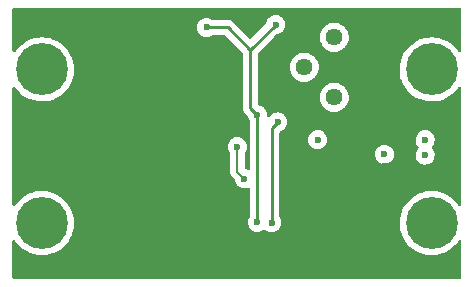
<source format=gbr>
%TF.GenerationSoftware,KiCad,Pcbnew,(6.0.4-0)*%
%TF.CreationDate,2022-11-03T14:14:05-06:00*%
%TF.ProjectId,howland,686f776c-616e-4642-9e6b-696361645f70,rev?*%
%TF.SameCoordinates,Original*%
%TF.FileFunction,Copper,L2,Inr*%
%TF.FilePolarity,Positive*%
%FSLAX46Y46*%
G04 Gerber Fmt 4.6, Leading zero omitted, Abs format (unit mm)*
G04 Created by KiCad (PCBNEW (6.0.4-0)) date 2022-11-03 14:14:05*
%MOMM*%
%LPD*%
G01*
G04 APERTURE LIST*
%TA.AperFunction,ComponentPad*%
%ADD10C,0.700000*%
%TD*%
%TA.AperFunction,ComponentPad*%
%ADD11C,4.400000*%
%TD*%
%TA.AperFunction,ComponentPad*%
%ADD12C,1.440000*%
%TD*%
%TA.AperFunction,ViaPad*%
%ADD13C,0.600000*%
%TD*%
%TA.AperFunction,Conductor*%
%ADD14C,0.250000*%
%TD*%
%TA.AperFunction,Conductor*%
%ADD15C,0.200000*%
%TD*%
G04 APERTURE END LIST*
D10*
%TO.N,GNDPWR*%
%TO.C,MH1*%
X101350000Y-84000000D03*
X103000000Y-82350000D03*
X104166726Y-85166726D03*
X104166726Y-82833274D03*
D11*
X103000000Y-84000000D03*
D10*
X104650000Y-84000000D03*
X101833274Y-82833274D03*
X101833274Y-85166726D03*
X103000000Y-85650000D03*
%TD*%
D11*
%TO.N,GNDPWR*%
%TO.C,MH2*%
X136000000Y-84000000D03*
D10*
X137166726Y-82833274D03*
X134350000Y-84000000D03*
X137650000Y-84000000D03*
X137166726Y-85166726D03*
X136000000Y-82350000D03*
X136000000Y-85650000D03*
X134833274Y-85166726D03*
X134833274Y-82833274D03*
%TD*%
%TO.N,GNDPWR*%
%TO.C,MH3*%
X101833274Y-98166726D03*
D11*
X103000000Y-97000000D03*
D10*
X104166726Y-98166726D03*
X101833274Y-95833274D03*
X104166726Y-95833274D03*
X103000000Y-95350000D03*
X104650000Y-97000000D03*
X101350000Y-97000000D03*
X103000000Y-98650000D03*
%TD*%
D11*
%TO.N,GNDPWR*%
%TO.C,MH4*%
X136000000Y-97000000D03*
D10*
X134833274Y-95833274D03*
X134350000Y-97000000D03*
X137650000Y-97000000D03*
X136000000Y-95350000D03*
X137166726Y-98166726D03*
X137166726Y-95833274D03*
X134833274Y-98166726D03*
X136000000Y-98650000D03*
%TD*%
D12*
%TO.N,Net-(R5-Pad2)*%
%TO.C,RV1*%
X127750000Y-86350000D03*
%TO.N,Net-(RV1-Pad2)*%
X125210000Y-83810000D03*
%TO.N,Net-(R6-Pad1)*%
X127750000Y-81270000D03*
%TD*%
D13*
%TO.N,GND*%
X136950000Y-80550000D03*
X132908411Y-81708411D03*
X112250000Y-80250000D03*
X132050000Y-92200000D03*
X112650000Y-88750000D03*
X127550000Y-91850000D03*
X127450000Y-94350000D03*
X131850000Y-86350000D03*
X124150000Y-94650000D03*
X116150000Y-89150000D03*
X112650000Y-93650000D03*
%TO.N,+3V3*%
X116950000Y-80450000D03*
X121250000Y-87850000D03*
X121250000Y-96950000D03*
X122800000Y-80200000D03*
%TO.N,VD*%
X132000000Y-91200000D03*
X135450000Y-91250000D03*
X122465000Y-96965000D03*
X122950000Y-88450000D03*
%TO.N,/Channel1/buffer/out+*%
X120150000Y-93250000D03*
X119550000Y-90550000D03*
%TO.N,/sda-tx*%
X135450000Y-89950000D03*
X126350000Y-89950000D03*
%TD*%
D14*
%TO.N,GND*%
X127450000Y-94350000D02*
X127450000Y-91950000D01*
X127450000Y-91950000D02*
X127550000Y-91850000D01*
%TO.N,+3V3*%
X120650000Y-87250000D02*
X120650000Y-82350000D01*
X116950000Y-80450000D02*
X118750000Y-80450000D01*
X120650000Y-82350000D02*
X122800000Y-80200000D01*
X121250000Y-87850000D02*
X120650000Y-87250000D01*
X121250000Y-87850000D02*
X121250000Y-96950000D01*
X118750000Y-80450000D02*
X120650000Y-82350000D01*
%TO.N,VD*%
X122465000Y-96965000D02*
X122465000Y-88935000D01*
X122465000Y-88935000D02*
X122950000Y-88450000D01*
D15*
%TO.N,/Channel1/buffer/out+*%
X119550000Y-90550000D02*
X119550000Y-92650000D01*
X119550000Y-92650000D02*
X120150000Y-93250000D01*
%TD*%
%TA.AperFunction,Conductor*%
%TO.N,GND*%
G36*
X138433621Y-78778502D02*
G01*
X138480114Y-78832158D01*
X138491500Y-78884500D01*
X138491500Y-82433521D01*
X138471498Y-82501642D01*
X138417842Y-82548135D01*
X138347568Y-82558239D01*
X138282988Y-82528745D01*
X138257557Y-82498515D01*
X138236226Y-82463084D01*
X138233899Y-82460100D01*
X138233894Y-82460093D01*
X138037726Y-82208558D01*
X138037724Y-82208556D01*
X138035390Y-82205563D01*
X137805070Y-81974034D01*
X137548603Y-81771852D01*
X137269705Y-81601945D01*
X137266261Y-81600379D01*
X137266257Y-81600377D01*
X137022300Y-81489457D01*
X136972414Y-81466775D01*
X136661037Y-81368300D01*
X136443492Y-81327390D01*
X136343809Y-81308645D01*
X136343807Y-81308645D01*
X136340086Y-81307945D01*
X136014208Y-81286586D01*
X136010428Y-81286794D01*
X136010427Y-81286794D01*
X135912897Y-81292162D01*
X135688124Y-81304532D01*
X135684397Y-81305193D01*
X135684393Y-81305193D01*
X135527341Y-81333027D01*
X135366557Y-81361522D01*
X135362941Y-81362624D01*
X135362933Y-81362626D01*
X135062816Y-81454095D01*
X135054167Y-81456731D01*
X134755477Y-81588781D01*
X134730041Y-81603914D01*
X134478074Y-81753817D01*
X134478068Y-81753821D01*
X134474814Y-81755757D01*
X134471812Y-81758073D01*
X134299384Y-81891101D01*
X134216244Y-81955243D01*
X133983513Y-82184347D01*
X133981149Y-82187314D01*
X133981146Y-82187317D01*
X133790551Y-82426499D01*
X133779991Y-82439751D01*
X133608626Y-82717757D01*
X133471902Y-83014336D01*
X133470741Y-83017940D01*
X133470741Y-83017941D01*
X133462196Y-83044477D01*
X133371797Y-83325192D01*
X133371079Y-83328903D01*
X133371078Y-83328907D01*
X133310482Y-83642105D01*
X133310481Y-83642114D01*
X133309763Y-83645824D01*
X133309496Y-83649600D01*
X133309495Y-83649605D01*
X133297751Y-83815475D01*
X133286698Y-83971585D01*
X133302936Y-84297759D01*
X133303577Y-84301490D01*
X133303578Y-84301498D01*
X133356000Y-84606576D01*
X133358241Y-84619619D01*
X133359329Y-84623258D01*
X133359330Y-84623261D01*
X133435507Y-84877976D01*
X133451814Y-84932504D01*
X133453327Y-84935975D01*
X133453329Y-84935981D01*
X133508500Y-85062563D01*
X133582297Y-85231881D01*
X133584220Y-85235152D01*
X133584222Y-85235156D01*
X133626584Y-85307215D01*
X133747802Y-85513414D01*
X133750103Y-85516429D01*
X133943631Y-85770012D01*
X133943636Y-85770017D01*
X133945931Y-85773025D01*
X134173814Y-86006953D01*
X134246635Y-86065607D01*
X134425196Y-86209431D01*
X134425201Y-86209435D01*
X134428149Y-86211809D01*
X134705253Y-86384627D01*
X135001112Y-86522903D01*
X135311440Y-86624634D01*
X135631742Y-86688346D01*
X135635514Y-86688633D01*
X135635522Y-86688634D01*
X135953602Y-86712829D01*
X135953607Y-86712829D01*
X135957379Y-86713116D01*
X136283633Y-86698586D01*
X136343425Y-86688634D01*
X136602037Y-86645590D01*
X136602042Y-86645589D01*
X136605778Y-86644967D01*
X136919149Y-86553034D01*
X136922616Y-86551544D01*
X136922620Y-86551543D01*
X137215721Y-86425616D01*
X137215723Y-86425615D01*
X137219205Y-86424119D01*
X137501601Y-86260091D01*
X137762245Y-86063324D01*
X137997363Y-85836670D01*
X138203549Y-85583410D01*
X138258939Y-85495622D01*
X138312205Y-85448685D01*
X138382392Y-85437996D01*
X138447217Y-85466951D01*
X138486096Y-85526355D01*
X138491500Y-85562859D01*
X138491500Y-95433521D01*
X138471498Y-95501642D01*
X138417842Y-95548135D01*
X138347568Y-95558239D01*
X138282988Y-95528745D01*
X138257557Y-95498515D01*
X138236226Y-95463084D01*
X138233899Y-95460100D01*
X138233894Y-95460093D01*
X138037726Y-95208558D01*
X138037724Y-95208556D01*
X138035390Y-95205563D01*
X137805070Y-94974034D01*
X137548603Y-94771852D01*
X137269705Y-94601945D01*
X137266261Y-94600379D01*
X137266257Y-94600377D01*
X137155667Y-94550095D01*
X136972414Y-94466775D01*
X136661037Y-94368300D01*
X136443492Y-94327390D01*
X136343809Y-94308645D01*
X136343807Y-94308645D01*
X136340086Y-94307945D01*
X136014208Y-94286586D01*
X136010428Y-94286794D01*
X136010427Y-94286794D01*
X135912897Y-94292162D01*
X135688124Y-94304532D01*
X135684397Y-94305193D01*
X135684393Y-94305193D01*
X135527340Y-94333027D01*
X135366557Y-94361522D01*
X135362941Y-94362624D01*
X135362933Y-94362626D01*
X135057789Y-94455627D01*
X135054167Y-94456731D01*
X134755477Y-94588781D01*
X134730041Y-94603914D01*
X134478074Y-94753817D01*
X134478068Y-94753821D01*
X134474814Y-94755757D01*
X134216244Y-94955243D01*
X133983513Y-95184347D01*
X133981149Y-95187314D01*
X133981146Y-95187317D01*
X133964220Y-95208558D01*
X133779991Y-95439751D01*
X133608626Y-95717757D01*
X133471902Y-96014336D01*
X133470741Y-96017940D01*
X133470741Y-96017941D01*
X133462196Y-96044477D01*
X133371797Y-96325192D01*
X133371079Y-96328903D01*
X133371078Y-96328907D01*
X133310482Y-96642105D01*
X133310481Y-96642114D01*
X133309763Y-96645824D01*
X133309496Y-96649600D01*
X133309495Y-96649605D01*
X133288534Y-96945653D01*
X133286698Y-96971585D01*
X133288003Y-96997790D01*
X133294378Y-97125844D01*
X133302936Y-97297759D01*
X133303577Y-97301490D01*
X133303578Y-97301498D01*
X133357116Y-97613069D01*
X133358241Y-97619619D01*
X133359329Y-97623258D01*
X133359330Y-97623261D01*
X133401013Y-97762637D01*
X133451814Y-97932504D01*
X133582297Y-98231881D01*
X133584220Y-98235152D01*
X133584222Y-98235156D01*
X133626584Y-98307215D01*
X133747802Y-98513414D01*
X133750103Y-98516429D01*
X133943631Y-98770012D01*
X133943636Y-98770017D01*
X133945931Y-98773025D01*
X134173814Y-99006953D01*
X134246635Y-99065607D01*
X134425196Y-99209431D01*
X134425201Y-99209435D01*
X134428149Y-99211809D01*
X134705253Y-99384627D01*
X135001112Y-99522903D01*
X135311440Y-99624634D01*
X135631742Y-99688346D01*
X135635514Y-99688633D01*
X135635522Y-99688634D01*
X135953602Y-99712829D01*
X135953607Y-99712829D01*
X135957379Y-99713116D01*
X136283633Y-99698586D01*
X136343425Y-99688634D01*
X136602037Y-99645590D01*
X136602042Y-99645589D01*
X136605778Y-99644967D01*
X136919149Y-99553034D01*
X136922616Y-99551544D01*
X136922620Y-99551543D01*
X137215721Y-99425616D01*
X137215723Y-99425615D01*
X137219205Y-99424119D01*
X137501601Y-99260091D01*
X137762245Y-99063324D01*
X137997363Y-98836670D01*
X138203549Y-98583410D01*
X138258939Y-98495622D01*
X138312205Y-98448685D01*
X138382392Y-98437996D01*
X138447217Y-98466951D01*
X138486096Y-98526355D01*
X138491500Y-98562859D01*
X138491500Y-101615500D01*
X138471498Y-101683621D01*
X138417842Y-101730114D01*
X138365500Y-101741500D01*
X100634500Y-101741500D01*
X100566379Y-101721498D01*
X100519886Y-101667842D01*
X100508500Y-101615500D01*
X100508500Y-98569306D01*
X100528502Y-98501185D01*
X100582158Y-98454692D01*
X100652432Y-98444588D01*
X100717012Y-98474082D01*
X100743122Y-98505453D01*
X100747802Y-98513414D01*
X100750103Y-98516429D01*
X100943631Y-98770012D01*
X100943636Y-98770017D01*
X100945931Y-98773025D01*
X101173814Y-99006953D01*
X101246635Y-99065607D01*
X101425196Y-99209431D01*
X101425201Y-99209435D01*
X101428149Y-99211809D01*
X101705253Y-99384627D01*
X102001112Y-99522903D01*
X102311440Y-99624634D01*
X102631742Y-99688346D01*
X102635514Y-99688633D01*
X102635522Y-99688634D01*
X102953602Y-99712829D01*
X102953607Y-99712829D01*
X102957379Y-99713116D01*
X103283633Y-99698586D01*
X103343425Y-99688634D01*
X103602037Y-99645590D01*
X103602042Y-99645589D01*
X103605778Y-99644967D01*
X103919149Y-99553034D01*
X103922616Y-99551544D01*
X103922620Y-99551543D01*
X104215721Y-99425616D01*
X104215723Y-99425615D01*
X104219205Y-99424119D01*
X104501601Y-99260091D01*
X104762245Y-99063324D01*
X104997363Y-98836670D01*
X105203549Y-98583410D01*
X105255429Y-98501185D01*
X105375788Y-98310428D01*
X105375790Y-98310425D01*
X105377815Y-98307215D01*
X105517638Y-98012084D01*
X105544188Y-97932504D01*
X105619790Y-97705897D01*
X105619792Y-97705891D01*
X105620992Y-97702293D01*
X105686381Y-97382329D01*
X105689599Y-97342773D01*
X105712674Y-97059061D01*
X105712856Y-97056826D01*
X105713451Y-97000000D01*
X105712711Y-96987717D01*
X105694026Y-96677793D01*
X105694026Y-96677789D01*
X105693798Y-96674015D01*
X105688650Y-96645824D01*
X105635805Y-96356473D01*
X105635804Y-96356469D01*
X105635125Y-96352751D01*
X105627722Y-96328907D01*
X105539404Y-96044477D01*
X105538282Y-96040863D01*
X105404670Y-95742869D01*
X105236226Y-95463084D01*
X105233899Y-95460100D01*
X105233894Y-95460093D01*
X105037726Y-95208558D01*
X105037724Y-95208556D01*
X105035390Y-95205563D01*
X104805070Y-94974034D01*
X104548603Y-94771852D01*
X104269705Y-94601945D01*
X104266261Y-94600379D01*
X104266257Y-94600377D01*
X104155667Y-94550095D01*
X103972414Y-94466775D01*
X103661037Y-94368300D01*
X103443492Y-94327390D01*
X103343809Y-94308645D01*
X103343807Y-94308645D01*
X103340086Y-94307945D01*
X103014208Y-94286586D01*
X103010428Y-94286794D01*
X103010427Y-94286794D01*
X102912897Y-94292162D01*
X102688124Y-94304532D01*
X102684397Y-94305193D01*
X102684393Y-94305193D01*
X102527340Y-94333027D01*
X102366557Y-94361522D01*
X102362941Y-94362624D01*
X102362933Y-94362626D01*
X102057789Y-94455627D01*
X102054167Y-94456731D01*
X101755477Y-94588781D01*
X101730041Y-94603914D01*
X101478074Y-94753817D01*
X101478068Y-94753821D01*
X101474814Y-94755757D01*
X101216244Y-94955243D01*
X100983513Y-95184347D01*
X100981149Y-95187314D01*
X100981146Y-95187317D01*
X100964220Y-95208558D01*
X100779991Y-95439751D01*
X100778000Y-95442981D01*
X100741760Y-95501773D01*
X100688988Y-95549266D01*
X100618916Y-95560690D01*
X100553792Y-95532416D01*
X100514293Y-95473422D01*
X100508500Y-95435657D01*
X100508500Y-85569306D01*
X100528502Y-85501185D01*
X100582158Y-85454692D01*
X100652432Y-85444588D01*
X100717012Y-85474082D01*
X100743122Y-85505453D01*
X100747802Y-85513414D01*
X100750103Y-85516429D01*
X100943631Y-85770012D01*
X100943636Y-85770017D01*
X100945931Y-85773025D01*
X101173814Y-86006953D01*
X101246635Y-86065607D01*
X101425196Y-86209431D01*
X101425201Y-86209435D01*
X101428149Y-86211809D01*
X101705253Y-86384627D01*
X102001112Y-86522903D01*
X102311440Y-86624634D01*
X102631742Y-86688346D01*
X102635514Y-86688633D01*
X102635522Y-86688634D01*
X102953602Y-86712829D01*
X102953607Y-86712829D01*
X102957379Y-86713116D01*
X103283633Y-86698586D01*
X103343425Y-86688634D01*
X103602037Y-86645590D01*
X103602042Y-86645589D01*
X103605778Y-86644967D01*
X103919149Y-86553034D01*
X103922616Y-86551544D01*
X103922620Y-86551543D01*
X104215721Y-86425616D01*
X104215723Y-86425615D01*
X104219205Y-86424119D01*
X104501601Y-86260091D01*
X104762245Y-86063324D01*
X104997363Y-85836670D01*
X105203549Y-85583410D01*
X105255429Y-85501185D01*
X105375788Y-85310428D01*
X105375790Y-85310425D01*
X105377815Y-85307215D01*
X105517638Y-85012084D01*
X105531597Y-84970245D01*
X105619790Y-84705897D01*
X105619792Y-84705891D01*
X105620992Y-84702293D01*
X105686381Y-84382329D01*
X105692956Y-84301498D01*
X105712674Y-84059061D01*
X105712856Y-84056826D01*
X105713451Y-84000000D01*
X105711510Y-83967796D01*
X105694026Y-83677793D01*
X105694026Y-83677789D01*
X105693798Y-83674015D01*
X105688650Y-83645824D01*
X105635805Y-83356473D01*
X105635804Y-83356469D01*
X105635125Y-83352751D01*
X105627722Y-83328907D01*
X105539404Y-83044477D01*
X105538282Y-83040863D01*
X105404670Y-82742869D01*
X105236226Y-82463084D01*
X105233899Y-82460100D01*
X105233894Y-82460093D01*
X105037726Y-82208558D01*
X105037724Y-82208556D01*
X105035390Y-82205563D01*
X104805070Y-81974034D01*
X104548603Y-81771852D01*
X104269705Y-81601945D01*
X104266261Y-81600379D01*
X104266257Y-81600377D01*
X104022300Y-81489457D01*
X103972414Y-81466775D01*
X103661037Y-81368300D01*
X103443492Y-81327390D01*
X103343809Y-81308645D01*
X103343807Y-81308645D01*
X103340086Y-81307945D01*
X103014208Y-81286586D01*
X103010428Y-81286794D01*
X103010427Y-81286794D01*
X102912897Y-81292162D01*
X102688124Y-81304532D01*
X102684397Y-81305193D01*
X102684393Y-81305193D01*
X102527341Y-81333027D01*
X102366557Y-81361522D01*
X102362941Y-81362624D01*
X102362933Y-81362626D01*
X102062816Y-81454095D01*
X102054167Y-81456731D01*
X101755477Y-81588781D01*
X101730041Y-81603914D01*
X101478074Y-81753817D01*
X101478068Y-81753821D01*
X101474814Y-81755757D01*
X101471812Y-81758073D01*
X101299384Y-81891101D01*
X101216244Y-81955243D01*
X100983513Y-82184347D01*
X100981149Y-82187314D01*
X100981146Y-82187317D01*
X100790551Y-82426499D01*
X100779991Y-82439751D01*
X100778000Y-82442981D01*
X100741760Y-82501773D01*
X100688988Y-82549266D01*
X100618916Y-82560690D01*
X100553792Y-82532416D01*
X100514293Y-82473422D01*
X100508500Y-82435657D01*
X100508500Y-80438640D01*
X116136463Y-80438640D01*
X116154163Y-80619160D01*
X116211418Y-80791273D01*
X116215065Y-80797295D01*
X116215066Y-80797297D01*
X116299879Y-80937340D01*
X116305380Y-80946424D01*
X116431382Y-81076902D01*
X116583159Y-81176222D01*
X116589763Y-81178678D01*
X116589765Y-81178679D01*
X116746558Y-81236990D01*
X116746560Y-81236990D01*
X116753168Y-81239448D01*
X116836995Y-81250633D01*
X116925980Y-81262507D01*
X116925984Y-81262507D01*
X116932961Y-81263438D01*
X116939972Y-81262800D01*
X116939976Y-81262800D01*
X117082459Y-81249832D01*
X117113600Y-81246998D01*
X117120302Y-81244820D01*
X117120304Y-81244820D01*
X117279409Y-81193124D01*
X117279412Y-81193123D01*
X117286108Y-81190947D01*
X117436540Y-81101271D01*
X117501058Y-81083500D01*
X118435406Y-81083500D01*
X118503527Y-81103502D01*
X118524501Y-81120405D01*
X119979595Y-82575500D01*
X120013621Y-82637812D01*
X120016500Y-82664595D01*
X120016500Y-87171233D01*
X120015973Y-87182416D01*
X120014298Y-87189909D01*
X120014547Y-87197835D01*
X120014547Y-87197836D01*
X120016438Y-87257986D01*
X120016500Y-87261945D01*
X120016500Y-87289856D01*
X120016997Y-87293790D01*
X120016997Y-87293791D01*
X120017005Y-87293856D01*
X120017938Y-87305693D01*
X120019327Y-87349889D01*
X120024978Y-87369339D01*
X120028987Y-87388700D01*
X120031526Y-87408797D01*
X120034445Y-87416168D01*
X120034445Y-87416170D01*
X120047804Y-87449912D01*
X120051649Y-87461142D01*
X120063982Y-87503593D01*
X120068015Y-87510412D01*
X120068017Y-87510417D01*
X120074293Y-87521028D01*
X120082988Y-87538776D01*
X120090448Y-87557617D01*
X120095110Y-87564033D01*
X120095110Y-87564034D01*
X120116436Y-87593387D01*
X120122952Y-87603307D01*
X120145458Y-87641362D01*
X120159779Y-87655683D01*
X120172619Y-87670716D01*
X120184528Y-87687107D01*
X120190634Y-87692158D01*
X120218605Y-87715298D01*
X120227384Y-87723288D01*
X120414750Y-87910654D01*
X120448776Y-87972966D01*
X120451054Y-87987453D01*
X120454163Y-88019160D01*
X120511418Y-88191273D01*
X120515065Y-88197295D01*
X120515066Y-88197297D01*
X120598276Y-88334694D01*
X120616500Y-88399965D01*
X120616500Y-92379221D01*
X120596498Y-92447342D01*
X120542842Y-92493835D01*
X120472568Y-92503939D01*
X120448233Y-92497920D01*
X120342425Y-92460243D01*
X120342420Y-92460242D01*
X120335790Y-92457881D01*
X120328802Y-92457048D01*
X120328799Y-92457047D01*
X120269581Y-92449986D01*
X120204308Y-92422058D01*
X120164495Y-92363275D01*
X120158500Y-92324872D01*
X120158500Y-91133248D01*
X120179552Y-91063521D01*
X120269742Y-90927773D01*
X120273643Y-90921902D01*
X120315423Y-90811917D01*
X120335555Y-90758920D01*
X120335556Y-90758918D01*
X120338055Y-90752338D01*
X120339736Y-90740380D01*
X120362748Y-90576639D01*
X120362748Y-90576636D01*
X120363299Y-90572717D01*
X120363616Y-90550000D01*
X120343397Y-90369745D01*
X120341080Y-90363091D01*
X120286064Y-90205106D01*
X120286062Y-90205103D01*
X120283745Y-90198448D01*
X120187626Y-90044624D01*
X120120114Y-89976639D01*
X120064778Y-89920915D01*
X120064774Y-89920912D01*
X120059815Y-89915918D01*
X120048697Y-89908862D01*
X120000538Y-89878300D01*
X119906666Y-89818727D01*
X119877463Y-89808328D01*
X119742425Y-89760243D01*
X119742420Y-89760242D01*
X119735790Y-89757881D01*
X119728802Y-89757048D01*
X119728799Y-89757047D01*
X119605698Y-89742368D01*
X119555680Y-89736404D01*
X119548677Y-89737140D01*
X119548676Y-89737140D01*
X119382288Y-89754628D01*
X119382286Y-89754629D01*
X119375288Y-89755364D01*
X119203579Y-89813818D01*
X119197575Y-89817512D01*
X119055095Y-89905166D01*
X119055092Y-89905168D01*
X119049088Y-89908862D01*
X119044053Y-89913793D01*
X119044050Y-89913795D01*
X118924525Y-90030843D01*
X118919493Y-90035771D01*
X118821235Y-90188238D01*
X118818826Y-90194858D01*
X118818824Y-90194861D01*
X118774983Y-90315314D01*
X118759197Y-90358685D01*
X118736463Y-90538640D01*
X118754163Y-90719160D01*
X118811418Y-90891273D01*
X118815065Y-90897295D01*
X118815066Y-90897297D01*
X118901730Y-91040398D01*
X118901733Y-91040401D01*
X118905380Y-91046424D01*
X118910275Y-91051492D01*
X118914571Y-91057071D01*
X118912243Y-91058864D01*
X118939071Y-91110115D01*
X118941500Y-91134734D01*
X118941500Y-92601864D01*
X118940422Y-92618307D01*
X118936250Y-92650000D01*
X118941500Y-92689880D01*
X118941500Y-92689885D01*
X118947541Y-92735771D01*
X118957162Y-92808851D01*
X119018476Y-92956876D01*
X119023503Y-92963427D01*
X119023504Y-92963429D01*
X119091520Y-93052069D01*
X119091526Y-93052075D01*
X119116013Y-93083987D01*
X119122568Y-93089017D01*
X119141379Y-93103452D01*
X119153770Y-93114319D01*
X119310907Y-93271456D01*
X119344933Y-93333768D01*
X119347211Y-93348256D01*
X119354163Y-93419160D01*
X119411418Y-93591273D01*
X119505380Y-93746424D01*
X119631382Y-93876902D01*
X119783159Y-93976222D01*
X119789763Y-93978678D01*
X119789765Y-93978679D01*
X119946558Y-94036990D01*
X119946560Y-94036990D01*
X119953168Y-94039448D01*
X120036995Y-94050633D01*
X120125980Y-94062507D01*
X120125984Y-94062507D01*
X120132961Y-94063438D01*
X120139972Y-94062800D01*
X120139976Y-94062800D01*
X120282459Y-94049832D01*
X120313600Y-94046998D01*
X120320302Y-94044820D01*
X120320304Y-94044820D01*
X120451564Y-94002171D01*
X120522532Y-94000144D01*
X120583330Y-94036806D01*
X120614655Y-94100518D01*
X120616500Y-94122004D01*
X120616500Y-96403331D01*
X120596411Y-96471586D01*
X120525054Y-96582310D01*
X120525050Y-96582319D01*
X120521235Y-96588238D01*
X120518826Y-96594858D01*
X120518825Y-96594859D01*
X120488639Y-96677793D01*
X120459197Y-96758685D01*
X120436463Y-96938640D01*
X120454163Y-97119160D01*
X120511418Y-97291273D01*
X120515065Y-97297295D01*
X120515066Y-97297297D01*
X120568823Y-97386060D01*
X120605380Y-97446424D01*
X120731382Y-97576902D01*
X120883159Y-97676222D01*
X120889763Y-97678678D01*
X120889765Y-97678679D01*
X121046558Y-97736990D01*
X121046560Y-97736990D01*
X121053168Y-97739448D01*
X121136995Y-97750633D01*
X121225980Y-97762507D01*
X121225984Y-97762507D01*
X121232961Y-97763438D01*
X121239972Y-97762800D01*
X121239976Y-97762800D01*
X121382459Y-97749832D01*
X121413600Y-97746998D01*
X121420302Y-97744820D01*
X121420304Y-97744820D01*
X121579409Y-97693124D01*
X121579412Y-97693123D01*
X121586108Y-97690947D01*
X121712044Y-97615874D01*
X121735860Y-97601677D01*
X121735862Y-97601676D01*
X121741912Y-97598069D01*
X121760920Y-97579968D01*
X121824045Y-97547476D01*
X121894716Y-97554269D01*
X121938444Y-97583682D01*
X121946382Y-97591902D01*
X121961320Y-97601677D01*
X122092227Y-97687340D01*
X122098159Y-97691222D01*
X122104763Y-97693678D01*
X122104765Y-97693679D01*
X122261558Y-97751990D01*
X122261560Y-97751990D01*
X122268168Y-97754448D01*
X122335544Y-97763438D01*
X122440980Y-97777507D01*
X122440984Y-97777507D01*
X122447961Y-97778438D01*
X122454972Y-97777800D01*
X122454976Y-97777800D01*
X122597459Y-97764832D01*
X122628600Y-97761998D01*
X122635302Y-97759820D01*
X122635304Y-97759820D01*
X122794409Y-97708124D01*
X122794412Y-97708123D01*
X122801108Y-97705947D01*
X122939815Y-97623261D01*
X122950860Y-97616677D01*
X122950862Y-97616676D01*
X122956912Y-97613069D01*
X123088266Y-97487982D01*
X123188643Y-97336902D01*
X123253055Y-97167338D01*
X123268272Y-97059061D01*
X123277748Y-96991639D01*
X123277748Y-96991636D01*
X123278299Y-96987717D01*
X123278616Y-96965000D01*
X123258397Y-96784745D01*
X123247017Y-96752066D01*
X123201064Y-96620106D01*
X123201062Y-96620103D01*
X123198745Y-96613448D01*
X123117646Y-96483661D01*
X123098500Y-96416892D01*
X123098500Y-91188640D01*
X131186463Y-91188640D01*
X131204163Y-91369160D01*
X131261418Y-91541273D01*
X131265065Y-91547295D01*
X131265066Y-91547297D01*
X131275978Y-91565314D01*
X131355380Y-91696424D01*
X131481382Y-91826902D01*
X131633159Y-91926222D01*
X131639763Y-91928678D01*
X131639765Y-91928679D01*
X131796558Y-91986990D01*
X131796560Y-91986990D01*
X131803168Y-91989448D01*
X131886995Y-92000633D01*
X131975980Y-92012507D01*
X131975984Y-92012507D01*
X131982961Y-92013438D01*
X131989972Y-92012800D01*
X131989976Y-92012800D01*
X132132459Y-91999832D01*
X132163600Y-91996998D01*
X132170302Y-91994820D01*
X132170304Y-91994820D01*
X132329409Y-91943124D01*
X132329412Y-91943123D01*
X132336108Y-91940947D01*
X132491912Y-91848069D01*
X132623266Y-91722982D01*
X132723643Y-91571902D01*
X132781665Y-91419160D01*
X132785555Y-91408920D01*
X132785556Y-91408918D01*
X132788055Y-91402338D01*
X132789035Y-91395366D01*
X132811061Y-91238640D01*
X134636463Y-91238640D01*
X134654163Y-91419160D01*
X134711418Y-91591273D01*
X134715065Y-91597295D01*
X134715066Y-91597297D01*
X134794126Y-91727841D01*
X134805380Y-91746424D01*
X134931382Y-91876902D01*
X135083159Y-91976222D01*
X135089763Y-91978678D01*
X135089765Y-91978679D01*
X135246558Y-92036990D01*
X135246560Y-92036990D01*
X135253168Y-92039448D01*
X135336995Y-92050633D01*
X135425980Y-92062507D01*
X135425984Y-92062507D01*
X135432961Y-92063438D01*
X135439972Y-92062800D01*
X135439976Y-92062800D01*
X135582459Y-92049832D01*
X135613600Y-92046998D01*
X135620302Y-92044820D01*
X135620304Y-92044820D01*
X135779409Y-91993124D01*
X135779412Y-91993123D01*
X135786108Y-91990947D01*
X135941912Y-91898069D01*
X136073266Y-91772982D01*
X136173643Y-91621902D01*
X136238055Y-91452338D01*
X136239035Y-91445366D01*
X136262748Y-91276639D01*
X136262748Y-91276636D01*
X136263299Y-91272717D01*
X136263616Y-91250000D01*
X136243397Y-91069745D01*
X136239608Y-91058864D01*
X136186064Y-90905106D01*
X136186062Y-90905103D01*
X136183745Y-90898448D01*
X136152502Y-90848448D01*
X136091359Y-90750598D01*
X136087626Y-90744624D01*
X136033012Y-90689627D01*
X136032667Y-90689280D01*
X135998860Y-90626849D01*
X136004172Y-90556052D01*
X136035181Y-90509251D01*
X136068159Y-90477846D01*
X136068162Y-90477843D01*
X136073266Y-90472982D01*
X136173643Y-90321902D01*
X136238055Y-90152338D01*
X136239035Y-90145366D01*
X136262748Y-89976639D01*
X136262748Y-89976636D01*
X136263299Y-89972717D01*
X136263616Y-89950000D01*
X136243397Y-89769745D01*
X136240088Y-89760243D01*
X136186064Y-89605106D01*
X136186062Y-89605103D01*
X136183745Y-89598448D01*
X136087626Y-89444624D01*
X135987155Y-89343449D01*
X135964778Y-89320915D01*
X135964774Y-89320912D01*
X135959815Y-89315918D01*
X135948697Y-89308862D01*
X135851214Y-89246998D01*
X135806666Y-89218727D01*
X135777463Y-89208328D01*
X135642425Y-89160243D01*
X135642420Y-89160242D01*
X135635790Y-89157881D01*
X135628802Y-89157048D01*
X135628799Y-89157047D01*
X135505698Y-89142368D01*
X135455680Y-89136404D01*
X135448677Y-89137140D01*
X135448676Y-89137140D01*
X135282288Y-89154628D01*
X135282286Y-89154629D01*
X135275288Y-89155364D01*
X135103579Y-89213818D01*
X135049646Y-89246998D01*
X134955095Y-89305166D01*
X134955092Y-89305168D01*
X134949088Y-89308862D01*
X134944053Y-89313793D01*
X134944050Y-89313795D01*
X134824525Y-89430843D01*
X134819493Y-89435771D01*
X134721235Y-89588238D01*
X134718826Y-89594858D01*
X134718824Y-89594861D01*
X134667307Y-89736404D01*
X134659197Y-89758685D01*
X134636463Y-89938640D01*
X134654163Y-90119160D01*
X134711418Y-90291273D01*
X134715065Y-90297295D01*
X134715066Y-90297297D01*
X134782038Y-90407881D01*
X134805380Y-90446424D01*
X134831027Y-90472982D01*
X134868932Y-90512234D01*
X134901864Y-90575131D01*
X134895564Y-90645847D01*
X134866453Y-90689784D01*
X134829630Y-90725844D01*
X134819493Y-90735771D01*
X134721235Y-90888238D01*
X134718826Y-90894858D01*
X134718824Y-90894861D01*
X134665853Y-91040398D01*
X134659197Y-91058685D01*
X134636463Y-91238640D01*
X132811061Y-91238640D01*
X132812748Y-91226639D01*
X132812748Y-91226636D01*
X132813299Y-91222717D01*
X132813616Y-91200000D01*
X132793397Y-91019745D01*
X132791080Y-91013091D01*
X132736064Y-90855106D01*
X132736062Y-90855103D01*
X132733745Y-90848448D01*
X132637626Y-90694624D01*
X132615521Y-90672364D01*
X132514778Y-90570915D01*
X132514774Y-90570912D01*
X132509815Y-90565918D01*
X132498697Y-90558862D01*
X132371027Y-90477841D01*
X132356666Y-90468727D01*
X132294032Y-90446424D01*
X132192425Y-90410243D01*
X132192420Y-90410242D01*
X132185790Y-90407881D01*
X132178802Y-90407048D01*
X132178799Y-90407047D01*
X132055698Y-90392368D01*
X132005680Y-90386404D01*
X131998677Y-90387140D01*
X131998676Y-90387140D01*
X131832288Y-90404628D01*
X131832286Y-90404629D01*
X131825288Y-90405364D01*
X131653579Y-90463818D01*
X131630785Y-90477841D01*
X131505095Y-90555166D01*
X131505092Y-90555168D01*
X131499088Y-90558862D01*
X131494053Y-90563793D01*
X131494050Y-90563795D01*
X131379244Y-90676222D01*
X131369493Y-90685771D01*
X131271235Y-90838238D01*
X131268826Y-90844858D01*
X131268824Y-90844861D01*
X131211606Y-91002066D01*
X131209197Y-91008685D01*
X131186463Y-91188640D01*
X123098500Y-91188640D01*
X123098500Y-89938640D01*
X125536463Y-89938640D01*
X125554163Y-90119160D01*
X125611418Y-90291273D01*
X125615065Y-90297295D01*
X125615066Y-90297297D01*
X125682038Y-90407881D01*
X125705380Y-90446424D01*
X125710269Y-90451487D01*
X125710270Y-90451488D01*
X125726918Y-90468727D01*
X125831382Y-90576902D01*
X125983159Y-90676222D01*
X125989763Y-90678678D01*
X125989765Y-90678679D01*
X126146558Y-90736990D01*
X126146560Y-90736990D01*
X126153168Y-90739448D01*
X126236732Y-90750598D01*
X126325980Y-90762507D01*
X126325984Y-90762507D01*
X126332961Y-90763438D01*
X126339972Y-90762800D01*
X126339976Y-90762800D01*
X126482459Y-90749832D01*
X126513600Y-90746998D01*
X126520302Y-90744820D01*
X126520304Y-90744820D01*
X126679409Y-90693124D01*
X126679412Y-90693123D01*
X126686108Y-90690947D01*
X126841912Y-90598069D01*
X126973266Y-90472982D01*
X127073643Y-90321902D01*
X127138055Y-90152338D01*
X127139035Y-90145366D01*
X127162748Y-89976639D01*
X127162748Y-89976636D01*
X127163299Y-89972717D01*
X127163616Y-89950000D01*
X127143397Y-89769745D01*
X127140088Y-89760243D01*
X127086064Y-89605106D01*
X127086062Y-89605103D01*
X127083745Y-89598448D01*
X126987626Y-89444624D01*
X126887155Y-89343449D01*
X126864778Y-89320915D01*
X126864774Y-89320912D01*
X126859815Y-89315918D01*
X126848697Y-89308862D01*
X126751214Y-89246998D01*
X126706666Y-89218727D01*
X126677463Y-89208328D01*
X126542425Y-89160243D01*
X126542420Y-89160242D01*
X126535790Y-89157881D01*
X126528802Y-89157048D01*
X126528799Y-89157047D01*
X126405698Y-89142368D01*
X126355680Y-89136404D01*
X126348677Y-89137140D01*
X126348676Y-89137140D01*
X126182288Y-89154628D01*
X126182286Y-89154629D01*
X126175288Y-89155364D01*
X126003579Y-89213818D01*
X125949646Y-89246998D01*
X125855095Y-89305166D01*
X125855092Y-89305168D01*
X125849088Y-89308862D01*
X125844053Y-89313793D01*
X125844050Y-89313795D01*
X125724525Y-89430843D01*
X125719493Y-89435771D01*
X125621235Y-89588238D01*
X125618826Y-89594858D01*
X125618824Y-89594861D01*
X125567307Y-89736404D01*
X125559197Y-89758685D01*
X125536463Y-89938640D01*
X123098500Y-89938640D01*
X123098500Y-89343449D01*
X123118502Y-89275328D01*
X123172158Y-89228835D01*
X123185564Y-89223616D01*
X123279408Y-89193124D01*
X123286108Y-89190947D01*
X123441912Y-89098069D01*
X123573266Y-88972982D01*
X123673643Y-88821902D01*
X123738055Y-88652338D01*
X123747362Y-88586117D01*
X123762748Y-88476639D01*
X123762748Y-88476636D01*
X123763299Y-88472717D01*
X123763616Y-88450000D01*
X123743397Y-88269745D01*
X123741080Y-88263091D01*
X123686064Y-88105106D01*
X123686062Y-88105103D01*
X123683745Y-88098448D01*
X123587626Y-87944624D01*
X123573941Y-87930843D01*
X123464778Y-87820915D01*
X123464774Y-87820912D01*
X123459815Y-87815918D01*
X123448697Y-87808862D01*
X123400538Y-87778300D01*
X123306666Y-87718727D01*
X123277463Y-87708328D01*
X123142425Y-87660243D01*
X123142420Y-87660242D01*
X123135790Y-87657881D01*
X123128802Y-87657048D01*
X123128799Y-87657047D01*
X123005698Y-87642368D01*
X122955680Y-87636404D01*
X122948677Y-87637140D01*
X122948676Y-87637140D01*
X122782288Y-87654628D01*
X122782286Y-87654629D01*
X122775288Y-87655364D01*
X122603579Y-87713818D01*
X122597575Y-87717512D01*
X122455095Y-87805166D01*
X122455092Y-87805168D01*
X122449088Y-87808862D01*
X122444053Y-87813793D01*
X122444050Y-87813795D01*
X122324525Y-87930843D01*
X122319493Y-87935771D01*
X122315680Y-87941688D01*
X122315679Y-87941689D01*
X122290956Y-87980052D01*
X122237241Y-88026476D01*
X122166954Y-88036490D01*
X122102411Y-88006915D01*
X122064104Y-87947140D01*
X122060271Y-87894261D01*
X122063299Y-87872717D01*
X122063616Y-87850000D01*
X122043397Y-87669745D01*
X122032043Y-87637140D01*
X121986064Y-87505106D01*
X121986062Y-87505103D01*
X121983745Y-87498448D01*
X121933461Y-87417976D01*
X121891359Y-87350598D01*
X121887626Y-87344624D01*
X121843074Y-87299760D01*
X121764778Y-87220915D01*
X121764774Y-87220912D01*
X121759815Y-87215918D01*
X121731323Y-87197836D01*
X121650549Y-87146576D01*
X121606666Y-87118727D01*
X121435790Y-87057881D01*
X121405802Y-87054305D01*
X121394580Y-87052967D01*
X121329307Y-87025039D01*
X121289495Y-86966256D01*
X121283500Y-86927853D01*
X121283500Y-86350000D01*
X126516807Y-86350000D01*
X126535542Y-86564142D01*
X126536966Y-86569455D01*
X126536966Y-86569457D01*
X126568823Y-86688346D01*
X126591178Y-86771777D01*
X126593500Y-86776757D01*
X126593501Y-86776759D01*
X126663958Y-86927853D01*
X126682024Y-86966596D01*
X126805319Y-87142681D01*
X126957319Y-87294681D01*
X127133403Y-87417976D01*
X127138381Y-87420297D01*
X127138384Y-87420299D01*
X127305976Y-87498448D01*
X127328223Y-87508822D01*
X127333531Y-87510244D01*
X127333533Y-87510245D01*
X127530543Y-87563034D01*
X127530545Y-87563034D01*
X127535858Y-87564458D01*
X127750000Y-87583193D01*
X127964142Y-87564458D01*
X127969455Y-87563034D01*
X127969457Y-87563034D01*
X128166467Y-87510245D01*
X128166469Y-87510244D01*
X128171777Y-87508822D01*
X128194024Y-87498448D01*
X128361616Y-87420299D01*
X128361619Y-87420297D01*
X128366597Y-87417976D01*
X128542681Y-87294681D01*
X128694681Y-87142681D01*
X128817976Y-86966596D01*
X128836043Y-86927853D01*
X128906499Y-86776759D01*
X128906500Y-86776757D01*
X128908822Y-86771777D01*
X128931178Y-86688346D01*
X128963034Y-86569457D01*
X128963034Y-86569455D01*
X128964458Y-86564142D01*
X128983193Y-86350000D01*
X128964458Y-86135858D01*
X128945634Y-86065607D01*
X128910245Y-85933533D01*
X128910244Y-85933531D01*
X128908822Y-85928223D01*
X128864756Y-85833723D01*
X128820299Y-85738385D01*
X128820297Y-85738382D01*
X128817976Y-85733404D01*
X128694681Y-85557319D01*
X128542681Y-85405319D01*
X128366597Y-85282024D01*
X128361619Y-85279703D01*
X128361616Y-85279701D01*
X128176759Y-85193501D01*
X128176758Y-85193500D01*
X128171777Y-85191178D01*
X128166469Y-85189756D01*
X128166467Y-85189755D01*
X127969457Y-85136966D01*
X127969455Y-85136966D01*
X127964142Y-85135542D01*
X127750000Y-85116807D01*
X127535858Y-85135542D01*
X127530545Y-85136966D01*
X127530543Y-85136966D01*
X127333533Y-85189755D01*
X127333531Y-85189756D01*
X127328223Y-85191178D01*
X127323243Y-85193500D01*
X127323241Y-85193501D01*
X127138385Y-85279701D01*
X127138382Y-85279703D01*
X127133404Y-85282024D01*
X126957319Y-85405319D01*
X126805319Y-85557319D01*
X126682024Y-85733404D01*
X126679703Y-85738382D01*
X126679701Y-85738385D01*
X126635244Y-85833723D01*
X126591178Y-85928223D01*
X126589756Y-85933531D01*
X126589755Y-85933533D01*
X126554366Y-86065607D01*
X126535542Y-86135858D01*
X126516807Y-86350000D01*
X121283500Y-86350000D01*
X121283500Y-83810000D01*
X123976807Y-83810000D01*
X123995542Y-84024142D01*
X123996966Y-84029455D01*
X123996966Y-84029457D01*
X124004899Y-84059061D01*
X124051178Y-84231777D01*
X124053500Y-84236757D01*
X124053501Y-84236759D01*
X124123122Y-84386060D01*
X124142024Y-84426596D01*
X124265319Y-84602681D01*
X124417319Y-84754681D01*
X124593403Y-84877976D01*
X124598381Y-84880297D01*
X124598384Y-84880299D01*
X124717795Y-84935981D01*
X124788223Y-84968822D01*
X124793531Y-84970244D01*
X124793533Y-84970245D01*
X124990543Y-85023034D01*
X124990545Y-85023034D01*
X124995858Y-85024458D01*
X125210000Y-85043193D01*
X125424142Y-85024458D01*
X125429455Y-85023034D01*
X125429457Y-85023034D01*
X125626467Y-84970245D01*
X125626469Y-84970244D01*
X125631777Y-84968822D01*
X125702205Y-84935981D01*
X125821616Y-84880299D01*
X125821619Y-84880297D01*
X125826597Y-84877976D01*
X126002681Y-84754681D01*
X126154681Y-84602681D01*
X126277976Y-84426596D01*
X126296879Y-84386060D01*
X126366499Y-84236759D01*
X126366500Y-84236757D01*
X126368822Y-84231777D01*
X126415102Y-84059061D01*
X126423034Y-84029457D01*
X126423034Y-84029455D01*
X126424458Y-84024142D01*
X126443193Y-83810000D01*
X126424458Y-83595858D01*
X126368822Y-83388223D01*
X126350597Y-83349140D01*
X126280299Y-83198385D01*
X126280297Y-83198382D01*
X126277976Y-83193404D01*
X126154681Y-83017319D01*
X126002681Y-82865319D01*
X125826597Y-82742024D01*
X125821619Y-82739703D01*
X125821616Y-82739701D01*
X125636759Y-82653501D01*
X125636758Y-82653500D01*
X125631777Y-82651178D01*
X125626469Y-82649756D01*
X125626467Y-82649755D01*
X125429457Y-82596966D01*
X125429455Y-82596966D01*
X125424142Y-82595542D01*
X125210000Y-82576807D01*
X124995858Y-82595542D01*
X124990545Y-82596966D01*
X124990543Y-82596966D01*
X124793533Y-82649755D01*
X124793531Y-82649756D01*
X124788223Y-82651178D01*
X124783243Y-82653500D01*
X124783241Y-82653501D01*
X124598385Y-82739701D01*
X124598382Y-82739703D01*
X124593404Y-82742024D01*
X124417319Y-82865319D01*
X124265319Y-83017319D01*
X124142024Y-83193404D01*
X124139703Y-83198382D01*
X124139701Y-83198385D01*
X124069403Y-83349140D01*
X124051178Y-83388223D01*
X123995542Y-83595858D01*
X123976807Y-83810000D01*
X121283500Y-83810000D01*
X121283500Y-82664594D01*
X121303502Y-82596473D01*
X121320405Y-82575499D01*
X122625904Y-81270000D01*
X126516807Y-81270000D01*
X126535542Y-81484142D01*
X126536966Y-81489455D01*
X126536966Y-81489457D01*
X126563169Y-81587245D01*
X126591178Y-81691777D01*
X126682024Y-81886596D01*
X126805319Y-82062681D01*
X126957319Y-82214681D01*
X127133403Y-82337976D01*
X127138381Y-82340297D01*
X127138384Y-82340299D01*
X127323241Y-82426499D01*
X127328223Y-82428822D01*
X127333531Y-82430244D01*
X127333533Y-82430245D01*
X127530543Y-82483034D01*
X127530545Y-82483034D01*
X127535858Y-82484458D01*
X127750000Y-82503193D01*
X127964142Y-82484458D01*
X127969455Y-82483034D01*
X127969457Y-82483034D01*
X128166467Y-82430245D01*
X128166469Y-82430244D01*
X128171777Y-82428822D01*
X128176759Y-82426499D01*
X128361616Y-82340299D01*
X128361619Y-82340297D01*
X128366597Y-82337976D01*
X128542681Y-82214681D01*
X128694681Y-82062681D01*
X128817976Y-81886596D01*
X128908822Y-81691777D01*
X128936832Y-81587245D01*
X128963034Y-81489457D01*
X128963034Y-81489455D01*
X128964458Y-81484142D01*
X128983193Y-81270000D01*
X128964458Y-81055858D01*
X128948857Y-80997635D01*
X128910245Y-80853533D01*
X128910244Y-80853531D01*
X128908822Y-80848223D01*
X128882266Y-80791273D01*
X128820299Y-80658385D01*
X128820297Y-80658382D01*
X128817976Y-80653404D01*
X128694681Y-80477319D01*
X128542681Y-80325319D01*
X128366597Y-80202024D01*
X128361619Y-80199703D01*
X128361616Y-80199701D01*
X128176759Y-80113501D01*
X128176758Y-80113500D01*
X128171777Y-80111178D01*
X128166469Y-80109756D01*
X128166467Y-80109755D01*
X127969457Y-80056966D01*
X127969455Y-80056966D01*
X127964142Y-80055542D01*
X127750000Y-80036807D01*
X127535858Y-80055542D01*
X127530545Y-80056966D01*
X127530543Y-80056966D01*
X127333533Y-80109755D01*
X127333531Y-80109756D01*
X127328223Y-80111178D01*
X127323243Y-80113500D01*
X127323241Y-80113501D01*
X127138385Y-80199701D01*
X127138382Y-80199703D01*
X127133404Y-80202024D01*
X126957319Y-80325319D01*
X126805319Y-80477319D01*
X126682024Y-80653404D01*
X126679703Y-80658382D01*
X126679701Y-80658385D01*
X126617734Y-80791273D01*
X126591178Y-80848223D01*
X126589756Y-80853531D01*
X126589755Y-80853533D01*
X126551143Y-80997635D01*
X126535542Y-81055858D01*
X126516807Y-81270000D01*
X122625904Y-81270000D01*
X122860177Y-81035727D01*
X122922489Y-81001701D01*
X122937837Y-80999343D01*
X122963600Y-80996998D01*
X122970302Y-80994820D01*
X122970304Y-80994820D01*
X123129409Y-80943124D01*
X123129412Y-80943123D01*
X123136108Y-80940947D01*
X123232513Y-80883478D01*
X123285860Y-80851677D01*
X123285862Y-80851676D01*
X123291912Y-80848069D01*
X123423266Y-80722982D01*
X123523643Y-80571902D01*
X123588055Y-80402338D01*
X123613299Y-80222717D01*
X123613616Y-80200000D01*
X123593397Y-80019745D01*
X123591080Y-80013091D01*
X123536064Y-79855106D01*
X123536062Y-79855103D01*
X123533745Y-79848448D01*
X123527365Y-79838238D01*
X123441359Y-79700598D01*
X123437626Y-79694624D01*
X123401139Y-79657881D01*
X123314778Y-79570915D01*
X123314774Y-79570912D01*
X123309815Y-79565918D01*
X123298697Y-79558862D01*
X123250538Y-79528300D01*
X123156666Y-79468727D01*
X123127463Y-79458328D01*
X122992425Y-79410243D01*
X122992420Y-79410242D01*
X122985790Y-79407881D01*
X122978802Y-79407048D01*
X122978799Y-79407047D01*
X122855698Y-79392368D01*
X122805680Y-79386404D01*
X122798677Y-79387140D01*
X122798676Y-79387140D01*
X122632288Y-79404628D01*
X122632286Y-79404629D01*
X122625288Y-79405364D01*
X122453579Y-79463818D01*
X122447575Y-79467512D01*
X122305095Y-79555166D01*
X122305092Y-79555168D01*
X122299088Y-79558862D01*
X122294053Y-79563793D01*
X122294050Y-79563795D01*
X122197973Y-79657881D01*
X122169493Y-79685771D01*
X122071235Y-79838238D01*
X122068826Y-79844858D01*
X122068824Y-79844861D01*
X122020850Y-79976669D01*
X122009197Y-80008685D01*
X122002137Y-80064568D01*
X121973757Y-80129641D01*
X121966227Y-80137868D01*
X120739095Y-81365000D01*
X120676783Y-81399026D01*
X120605968Y-81393961D01*
X120560905Y-81365000D01*
X119253652Y-80057747D01*
X119246112Y-80049461D01*
X119242000Y-80042982D01*
X119192348Y-79996356D01*
X119189507Y-79993602D01*
X119169770Y-79973865D01*
X119166573Y-79971385D01*
X119157551Y-79963680D01*
X119131100Y-79938841D01*
X119125321Y-79933414D01*
X119118375Y-79929595D01*
X119118372Y-79929593D01*
X119107566Y-79923652D01*
X119091047Y-79912801D01*
X119090583Y-79912441D01*
X119075041Y-79900386D01*
X119067772Y-79897241D01*
X119067768Y-79897238D01*
X119034463Y-79882826D01*
X119023813Y-79877609D01*
X118985060Y-79856305D01*
X118965437Y-79851267D01*
X118946734Y-79844863D01*
X118935420Y-79839967D01*
X118935419Y-79839967D01*
X118928145Y-79836819D01*
X118920322Y-79835580D01*
X118920312Y-79835577D01*
X118884476Y-79829901D01*
X118872856Y-79827495D01*
X118837711Y-79818472D01*
X118837710Y-79818472D01*
X118830030Y-79816500D01*
X118809776Y-79816500D01*
X118790065Y-79814949D01*
X118777886Y-79813020D01*
X118770057Y-79811780D01*
X118762165Y-79812526D01*
X118726039Y-79815941D01*
X118714181Y-79816500D01*
X117497338Y-79816500D01*
X117429824Y-79796885D01*
X117396583Y-79775790D01*
X117306666Y-79718727D01*
X117238977Y-79694624D01*
X117142425Y-79660243D01*
X117142420Y-79660242D01*
X117135790Y-79657881D01*
X117128802Y-79657048D01*
X117128799Y-79657047D01*
X117005698Y-79642368D01*
X116955680Y-79636404D01*
X116948677Y-79637140D01*
X116948676Y-79637140D01*
X116782288Y-79654628D01*
X116782286Y-79654629D01*
X116775288Y-79655364D01*
X116603579Y-79713818D01*
X116597575Y-79717512D01*
X116455095Y-79805166D01*
X116455092Y-79805168D01*
X116449088Y-79808862D01*
X116444053Y-79813793D01*
X116444050Y-79813795D01*
X116324525Y-79930843D01*
X116319493Y-79935771D01*
X116221235Y-80088238D01*
X116218826Y-80094858D01*
X116218824Y-80094861D01*
X116172288Y-80222717D01*
X116159197Y-80258685D01*
X116136463Y-80438640D01*
X100508500Y-80438640D01*
X100508500Y-78884500D01*
X100528502Y-78816379D01*
X100582158Y-78769886D01*
X100634500Y-78758500D01*
X138365500Y-78758500D01*
X138433621Y-78778502D01*
G37*
%TD.AperFunction*%
%TD*%
M02*

</source>
